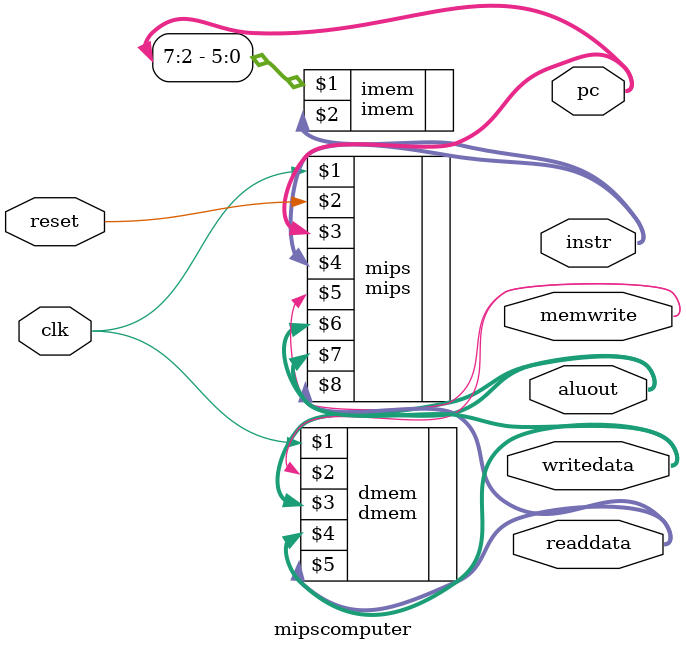
<source format=v>
`timescale 1ns/1ps
module mipscomputer(input         clk, reset,
           output [31:0] 		writedata, aluout, pc, instr, readdata, 
           output       		memwrite
			  );


  // instantiate processor and memories
  mips mips(clk, reset, pc, instr, memwrite, aluout, writedata, readdata);
  imem imem(pc[7:2], instr);
  dmem dmem(clk, memwrite, aluout, writedata, readdata);

endmodule

</source>
